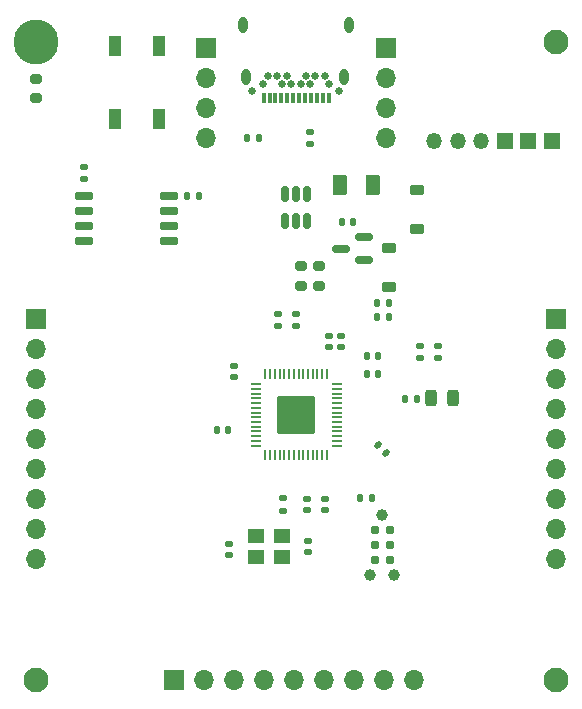
<source format=gbr>
%TF.GenerationSoftware,KiCad,Pcbnew,(7.0.0)*%
%TF.CreationDate,2023-03-20T16:27:41-06:00*%
%TF.ProjectId,OpenRectangleBreakout,4f70656e-5265-4637-9461-6e676c654272,rev?*%
%TF.SameCoordinates,Original*%
%TF.FileFunction,Soldermask,Top*%
%TF.FilePolarity,Negative*%
%FSLAX46Y46*%
G04 Gerber Fmt 4.6, Leading zero omitted, Abs format (unit mm)*
G04 Created by KiCad (PCBNEW (7.0.0)) date 2023-03-20 16:27:41*
%MOMM*%
%LPD*%
G01*
G04 APERTURE LIST*
G04 Aperture macros list*
%AMRoundRect*
0 Rectangle with rounded corners*
0 $1 Rounding radius*
0 $2 $3 $4 $5 $6 $7 $8 $9 X,Y pos of 4 corners*
0 Add a 4 corners polygon primitive as box body*
4,1,4,$2,$3,$4,$5,$6,$7,$8,$9,$2,$3,0*
0 Add four circle primitives for the rounded corners*
1,1,$1+$1,$2,$3*
1,1,$1+$1,$4,$5*
1,1,$1+$1,$6,$7*
1,1,$1+$1,$8,$9*
0 Add four rect primitives between the rounded corners*
20,1,$1+$1,$2,$3,$4,$5,0*
20,1,$1+$1,$4,$5,$6,$7,0*
20,1,$1+$1,$6,$7,$8,$9,0*
20,1,$1+$1,$8,$9,$2,$3,0*%
G04 Aperture macros list end*
%ADD10C,2.100000*%
%ADD11RoundRect,0.135000X0.185000X-0.135000X0.185000X0.135000X-0.185000X0.135000X-0.185000X-0.135000X0*%
%ADD12RoundRect,0.140000X-0.170000X0.140000X-0.170000X-0.140000X0.170000X-0.140000X0.170000X0.140000X0*%
%ADD13RoundRect,0.140000X0.140000X0.170000X-0.140000X0.170000X-0.140000X-0.170000X0.140000X-0.170000X0*%
%ADD14C,0.650000*%
%ADD15R,0.300000X0.900000*%
%ADD16O,0.800000X1.400000*%
%ADD17RoundRect,0.225000X0.375000X-0.225000X0.375000X0.225000X-0.375000X0.225000X-0.375000X-0.225000X0*%
%ADD18RoundRect,0.140000X-0.140000X-0.170000X0.140000X-0.170000X0.140000X0.170000X-0.140000X0.170000X0*%
%ADD19RoundRect,0.200000X-0.275000X0.200000X-0.275000X-0.200000X0.275000X-0.200000X0.275000X0.200000X0*%
%ADD20RoundRect,0.150000X0.587500X0.150000X-0.587500X0.150000X-0.587500X-0.150000X0.587500X-0.150000X0*%
%ADD21R,1.400000X1.200000*%
%ADD22R,1.100000X1.800000*%
%ADD23RoundRect,0.140000X0.170000X-0.140000X0.170000X0.140000X-0.170000X0.140000X-0.170000X-0.140000X0*%
%ADD24R,1.700000X1.700000*%
%ADD25O,1.700000X1.700000*%
%ADD26RoundRect,0.135000X-0.185000X0.135000X-0.185000X-0.135000X0.185000X-0.135000X0.185000X0.135000X0*%
%ADD27RoundRect,0.050000X-0.387500X-0.050000X0.387500X-0.050000X0.387500X0.050000X-0.387500X0.050000X0*%
%ADD28RoundRect,0.050000X-0.050000X-0.387500X0.050000X-0.387500X0.050000X0.387500X-0.050000X0.387500X0*%
%ADD29RoundRect,0.144000X-1.456000X-1.456000X1.456000X-1.456000X1.456000X1.456000X-1.456000X1.456000X0*%
%ADD30RoundRect,0.243750X0.243750X0.456250X-0.243750X0.456250X-0.243750X-0.456250X0.243750X-0.456250X0*%
%ADD31RoundRect,0.150000X-0.150000X0.512500X-0.150000X-0.512500X0.150000X-0.512500X0.150000X0.512500X0*%
%ADD32RoundRect,0.135000X0.135000X0.185000X-0.135000X0.185000X-0.135000X-0.185000X0.135000X-0.185000X0*%
%ADD33C,3.800000*%
%ADD34RoundRect,0.135000X-0.135000X-0.185000X0.135000X-0.185000X0.135000X0.185000X-0.135000X0.185000X0*%
%ADD35RoundRect,0.150000X-0.650000X-0.150000X0.650000X-0.150000X0.650000X0.150000X-0.650000X0.150000X0*%
%ADD36R,1.350000X1.350000*%
%ADD37O,1.350000X1.350000*%
%ADD38C,0.990600*%
%ADD39C,0.787400*%
%ADD40RoundRect,0.200000X0.275000X-0.200000X0.275000X0.200000X-0.275000X0.200000X-0.275000X-0.200000X0*%
%ADD41RoundRect,0.250000X-0.375000X-0.625000X0.375000X-0.625000X0.375000X0.625000X-0.375000X0.625000X0*%
%ADD42RoundRect,0.140000X-0.219203X-0.021213X-0.021213X-0.219203X0.219203X0.021213X0.021213X0.219203X0*%
G04 APERTURE END LIST*
D10*
%TO.C,H4*%
X66974968Y-31804957D03*
%TD*%
D11*
%TO.C,R6*%
X56966468Y-58604807D03*
X56966468Y-57584807D03*
%TD*%
D10*
%TO.C,H2*%
X22974968Y-85804957D03*
%TD*%
D12*
%TO.C,C7*%
X39261468Y-74318825D03*
X39261468Y-75278825D03*
%TD*%
D13*
%TO.C,C9*%
X52796468Y-53914807D03*
X51836468Y-53914807D03*
%TD*%
D14*
%TO.C,J1*%
X48574968Y-35999807D03*
X41224968Y-35999807D03*
D15*
X47724967Y-36559806D03*
X47224967Y-36559806D03*
X46724967Y-36559806D03*
X46224967Y-36559806D03*
X45724967Y-36559806D03*
X45224967Y-36559806D03*
X44724967Y-36559806D03*
X44224967Y-36559806D03*
X43724967Y-36559806D03*
X43224967Y-36559806D03*
X42724967Y-36559806D03*
X42224967Y-36559806D03*
D14*
X42174968Y-35349807D03*
X42574968Y-34649807D03*
X43374968Y-34649807D03*
X43774968Y-35349807D03*
X44174968Y-34649807D03*
X44574968Y-35349807D03*
X45374968Y-35349807D03*
X45774968Y-34649807D03*
X46174968Y-35349807D03*
X46574968Y-34649807D03*
X47374968Y-34649807D03*
X47774968Y-35349807D03*
D16*
X49464967Y-30359806D03*
X49029967Y-34749806D03*
X40769967Y-34749806D03*
X40484967Y-30359806D03*
%TD*%
D11*
%TO.C,R11*%
X43833468Y-71483057D03*
X43833468Y-70463057D03*
%TD*%
D12*
%TO.C,C6*%
X47389468Y-70493057D03*
X47389468Y-71453057D03*
%TD*%
D17*
%TO.C,D2*%
X55226468Y-47619807D03*
X55226468Y-44319807D03*
%TD*%
D10*
%TO.C,H3*%
X66974968Y-85804957D03*
%TD*%
D18*
%TO.C,C16*%
X50973468Y-58400057D03*
X51933468Y-58400057D03*
%TD*%
%TO.C,C3*%
X35765000Y-44850000D03*
X36725000Y-44850000D03*
%TD*%
D19*
%TO.C,R8*%
X45406468Y-50804807D03*
X45406468Y-52454807D03*
%TD*%
D20*
%TO.C,U1*%
X50686468Y-50259807D03*
X50686468Y-48359807D03*
X48811468Y-49309807D03*
%TD*%
D21*
%TO.C,Y1*%
X43790467Y-73679056D03*
X41590467Y-73679056D03*
X41590467Y-75379056D03*
X43790467Y-75379056D03*
%TD*%
D22*
%TO.C,SW1*%
X33360378Y-32158717D03*
X33360378Y-38358717D03*
X29660378Y-32158717D03*
X29660378Y-38358717D03*
%TD*%
D23*
%TO.C,C8*%
X45964218Y-75024825D03*
X45964218Y-74064825D03*
%TD*%
D24*
%TO.C,J6*%
X22974967Y-55269999D03*
D25*
X22974967Y-57809999D03*
X22974967Y-60349999D03*
X22974967Y-62889999D03*
X22974967Y-65429999D03*
X22974967Y-67969999D03*
X22974967Y-70509999D03*
X22974967Y-73049999D03*
X22974967Y-75589999D03*
%TD*%
D12*
%TO.C,C14*%
X45865468Y-70493057D03*
X45865468Y-71453057D03*
%TD*%
D26*
%TO.C,R10*%
X27020379Y-42413718D03*
X27020379Y-43433718D03*
%TD*%
D24*
%TO.C,J3*%
X52594967Y-32308806D03*
D25*
X52594967Y-34848806D03*
X52594967Y-37388806D03*
X52594967Y-39928806D03*
%TD*%
D27*
%TO.C,U3*%
X41538968Y-60784807D03*
X41538968Y-61184807D03*
X41538968Y-61584807D03*
X41538968Y-61984807D03*
X41538968Y-62384807D03*
X41538968Y-62784807D03*
X41538968Y-63184807D03*
X41538968Y-63584807D03*
X41538968Y-63984807D03*
X41538968Y-64384807D03*
X41538968Y-64784807D03*
X41538968Y-65184807D03*
X41538968Y-65584807D03*
X41538968Y-65984807D03*
D28*
X42376468Y-66822307D03*
X42776468Y-66822307D03*
X43176468Y-66822307D03*
X43576468Y-66822307D03*
X43976468Y-66822307D03*
X44376468Y-66822307D03*
X44776468Y-66822307D03*
X45176468Y-66822307D03*
X45576468Y-66822307D03*
X45976468Y-66822307D03*
X46376468Y-66822307D03*
X46776468Y-66822307D03*
X47176468Y-66822307D03*
X47576468Y-66822307D03*
D27*
X48413968Y-65984807D03*
X48413968Y-65584807D03*
X48413968Y-65184807D03*
X48413968Y-64784807D03*
X48413968Y-64384807D03*
X48413968Y-63984807D03*
X48413968Y-63584807D03*
X48413968Y-63184807D03*
X48413968Y-62784807D03*
X48413968Y-62384807D03*
X48413968Y-61984807D03*
X48413968Y-61584807D03*
X48413968Y-61184807D03*
X48413968Y-60784807D03*
D28*
X47576468Y-59947307D03*
X47176468Y-59947307D03*
X46776468Y-59947307D03*
X46376468Y-59947307D03*
X45976468Y-59947307D03*
X45576468Y-59947307D03*
X45176468Y-59947307D03*
X44776468Y-59947307D03*
X44376468Y-59947307D03*
X43976468Y-59947307D03*
X43576468Y-59947307D03*
X43176468Y-59947307D03*
X42776468Y-59947307D03*
X42376468Y-59947307D03*
D29*
X44976468Y-63384807D03*
%TD*%
D30*
%TO.C,D3*%
X58291468Y-61989807D03*
X56416468Y-61989807D03*
%TD*%
D31*
%TO.C,U2*%
X45926468Y-44702307D03*
X44976468Y-44702307D03*
X44026468Y-44702307D03*
X44026468Y-46977307D03*
X44976468Y-46977307D03*
X45926468Y-46977307D03*
%TD*%
D32*
%TO.C,R7*%
X51406468Y-70419807D03*
X50386468Y-70419807D03*
%TD*%
D23*
%TO.C,C4*%
X47742218Y-57625825D03*
X47742218Y-56665825D03*
%TD*%
D33*
%TO.C,H1*%
X22974968Y-31804957D03*
%TD*%
D23*
%TO.C,C10*%
X44976468Y-55832057D03*
X44976468Y-54872057D03*
%TD*%
D19*
%TO.C,R9*%
X46936468Y-50804807D03*
X46936468Y-52454807D03*
%TD*%
D18*
%TO.C,C17*%
X50973468Y-59924057D03*
X51933468Y-59924057D03*
%TD*%
D34*
%TO.C,R2*%
X40790000Y-39980000D03*
X41810000Y-39980000D03*
%TD*%
D18*
%TO.C,C1*%
X51836468Y-55114807D03*
X52796468Y-55114807D03*
%TD*%
D26*
%TO.C,R5*%
X55426468Y-57584807D03*
X55426468Y-58604807D03*
%TD*%
D35*
%TO.C,U4*%
X27020379Y-44848718D03*
X27020379Y-46118718D03*
X27020379Y-47388718D03*
X27020379Y-48658718D03*
X34220379Y-48658718D03*
X34220379Y-47388718D03*
X34220379Y-46118718D03*
X34220379Y-44848718D03*
%TD*%
D17*
%TO.C,D1*%
X52846468Y-52549807D03*
X52846468Y-49249807D03*
%TD*%
D24*
%TO.C,J4*%
X37354967Y-32308806D03*
D25*
X37354967Y-34848806D03*
X37354967Y-37388806D03*
X37354967Y-39928806D03*
%TD*%
D23*
%TO.C,C12*%
X48758218Y-57625825D03*
X48758218Y-56665825D03*
%TD*%
D36*
%TO.C,J5*%
X66639999Y-40159999D03*
X64639999Y-40159999D03*
X62639999Y-40159999D03*
D37*
X60639999Y-40159999D03*
X58639999Y-40159999D03*
X56639999Y-40159999D03*
%TD*%
D23*
%TO.C,C5*%
X43452468Y-55832057D03*
X43452468Y-54872057D03*
%TD*%
D13*
%TO.C,C15*%
X39220000Y-64640000D03*
X38260000Y-64640000D03*
%TD*%
D26*
%TO.C,R3*%
X46140000Y-39430000D03*
X46140000Y-40450000D03*
%TD*%
D38*
%TO.C,J2*%
X52246468Y-71850000D03*
X53262468Y-76930000D03*
X51230468Y-76930000D03*
D39*
X51611468Y-73120000D03*
X52881468Y-73120000D03*
X51611468Y-74390000D03*
X52881468Y-74390000D03*
X51611468Y-75660000D03*
X52881468Y-75660000D03*
%TD*%
D40*
%TO.C,R1*%
X22970000Y-36575000D03*
X22970000Y-34925000D03*
%TD*%
D24*
%TO.C,J8*%
X66974967Y-55269999D03*
D25*
X66974967Y-57809999D03*
X66974967Y-60349999D03*
X66974967Y-62889999D03*
X66974967Y-65429999D03*
X66974967Y-67969999D03*
X66974967Y-70509999D03*
X66974967Y-73049999D03*
X66974967Y-75589999D03*
%TD*%
D41*
%TO.C,F1*%
X48706468Y-43949807D03*
X51506468Y-43949807D03*
%TD*%
D34*
%TO.C,R4*%
X54216468Y-61999807D03*
X55236468Y-61999807D03*
%TD*%
D42*
%TO.C,C11*%
X51943057Y-65966289D03*
X52621879Y-66645111D03*
%TD*%
D13*
%TO.C,C2*%
X49776468Y-47069807D03*
X48816468Y-47069807D03*
%TD*%
D24*
%TO.C,J7*%
X34649999Y-85804956D03*
D25*
X37189999Y-85804956D03*
X39729999Y-85804956D03*
X42269999Y-85804956D03*
X44809999Y-85804956D03*
X47349999Y-85804956D03*
X49889999Y-85804956D03*
X52429999Y-85804956D03*
X54969999Y-85804956D03*
%TD*%
D23*
%TO.C,C13*%
X39741218Y-60165825D03*
X39741218Y-59205825D03*
%TD*%
M02*

</source>
